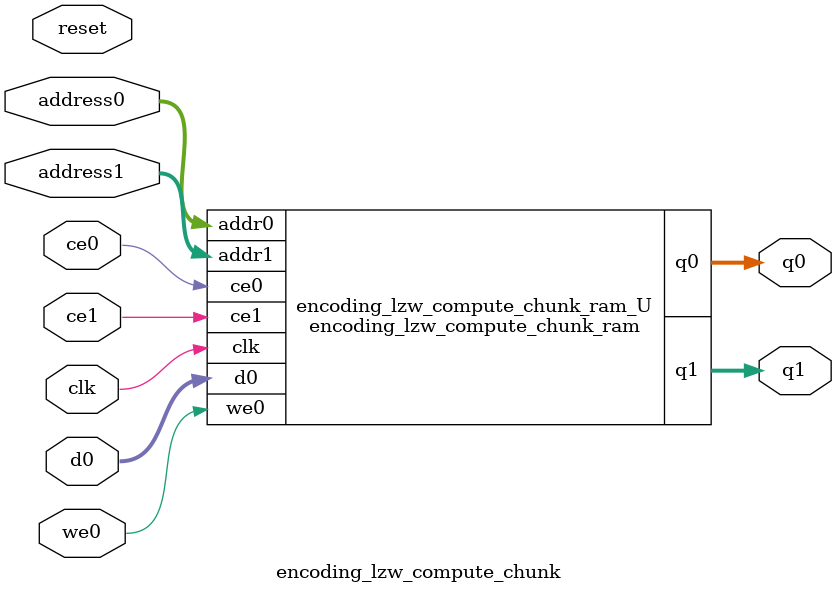
<source format=v>
`timescale 1 ns / 1 ps
module encoding_lzw_compute_chunk_ram (addr0, ce0, d0, we0, q0, addr1, ce1, q1,  clk);

parameter DWIDTH = 8;
parameter AWIDTH = 13;
parameter MEM_SIZE = 8192;

input[AWIDTH-1:0] addr0;
input ce0;
input[DWIDTH-1:0] d0;
input we0;
output reg[DWIDTH-1:0] q0;
input[AWIDTH-1:0] addr1;
input ce1;
output reg[DWIDTH-1:0] q1;
input clk;

reg [DWIDTH-1:0] ram[0:MEM_SIZE-1];




always @(posedge clk)  
begin 
    if (ce0) begin
        if (we0) 
            ram[addr0] <= d0; 
        q0 <= ram[addr0];
    end
end


always @(posedge clk)  
begin 
    if (ce1) begin
        q1 <= ram[addr1];
    end
end


endmodule

`timescale 1 ns / 1 ps
module encoding_lzw_compute_chunk(
    reset,
    clk,
    address0,
    ce0,
    we0,
    d0,
    q0,
    address1,
    ce1,
    q1);

parameter DataWidth = 32'd8;
parameter AddressRange = 32'd8192;
parameter AddressWidth = 32'd13;
input reset;
input clk;
input[AddressWidth - 1:0] address0;
input ce0;
input we0;
input[DataWidth - 1:0] d0;
output[DataWidth - 1:0] q0;
input[AddressWidth - 1:0] address1;
input ce1;
output[DataWidth - 1:0] q1;



encoding_lzw_compute_chunk_ram encoding_lzw_compute_chunk_ram_U(
    .clk( clk ),
    .addr0( address0 ),
    .ce0( ce0 ),
    .we0( we0 ),
    .d0( d0 ),
    .q0( q0 ),
    .addr1( address1 ),
    .ce1( ce1 ),
    .q1( q1 ));

endmodule


</source>
